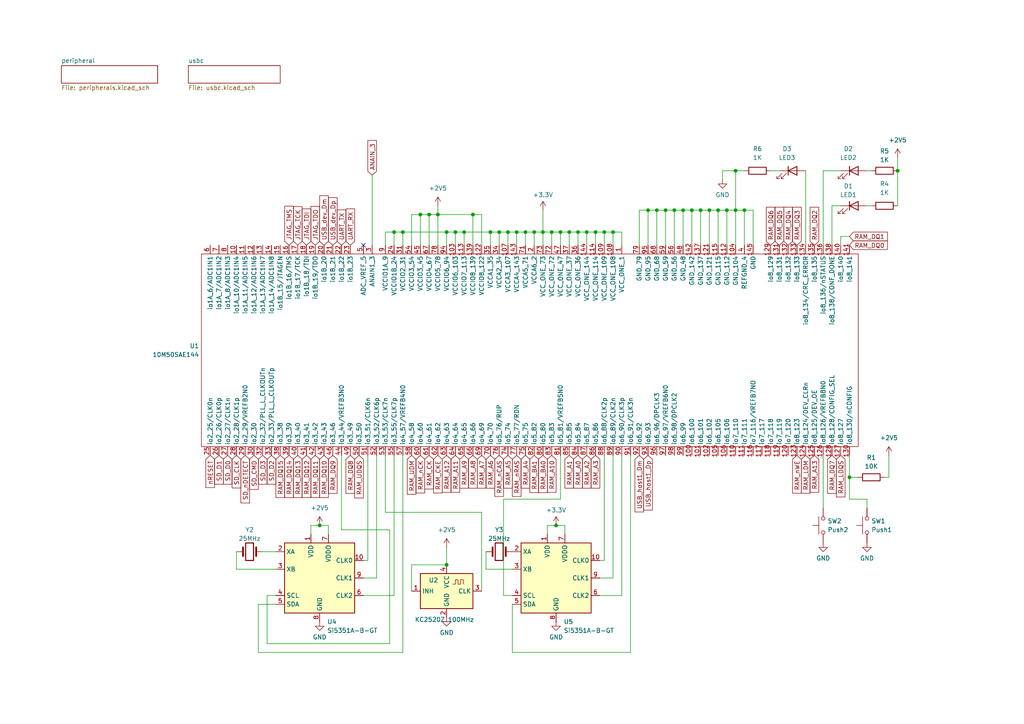
<source format=kicad_sch>
(kicad_sch (version 20230121) (generator eeschema)
  (paper "A4")
  (lib_symbols
    (symbol "Device:Crystal" (pin_numbers hide) (pin_names (offset 1.016) hide)
      (property "Reference" "Y" (at 0 3.81 0))
      (property "Value" "Crystal" (at 0 -3.81 0))
      (symbol "Crystal_0_1"
        (rectangle (start -1.143 2.54) (end 1.143 -2.54) (stroke (width 0.3048)))
        (polyline (pts (xy -2.54 0) (xy -1.905 0)))
        (polyline (pts (xy -1.905 -1.27) (xy -1.905 1.27)) (stroke (width 0.508)))
        (polyline (pts (xy 1.905 -1.27) (xy 1.905 1.27)) (stroke (width 0.508)))
        (polyline (pts (xy 2.54 0) (xy 1.905 0)))
      )
      (symbol "Crystal_1_1"
        (pin passive line (at -3.81 0 0) (length 1.27) (name "1") (number "1"))
        (pin passive line (at 3.81 0 180) (length 1.27) (name "2") (number "2"))
      )
    )
    (symbol "Device:LED" (pin_numbers hide) (pin_names (offset 1.016) hide)
      (property "Reference" "D" (at 0 2.54 0))
      (property "Value" "LED" (at 0 -2.54 0))
      (symbol "LED_0_1"
        (polyline (pts (xy -1.27 -1.27) (xy -1.27 1.27)) (stroke (width 0.254)))
        (polyline (pts (xy -1.27 0) (xy 1.27 0)))
        (polyline (pts (xy 1.27 -1.27) (xy 1.27 1.27) (xy -1.27 0) (xy 1.27 -1.27)) (stroke (width 0.254)))
        (polyline (pts (xy -3.048 -0.762) (xy -4.572 -2.286) (xy -3.81 -2.286) (xy -4.572 -2.286) (xy -4.572 -1.524)))
        (polyline (pts (xy -1.778 -0.762) (xy -3.302 -2.286) (xy -2.54 -2.286) (xy -3.302 -2.286) (xy -3.302 -1.524)))
      )
      (symbol "LED_1_1"
        (pin passive line (at -3.81 0 0) (length 2.54) (name "K") (number "1"))
        (pin passive line (at 3.81 0 180) (length 2.54) (name "A") (number "2"))
      )
    )
    (symbol "Device:R" (pin_numbers hide) (pin_names (offset 0))
      (property "Reference" "R" (at 2.032 0 90))
      (property "Value" "R" (at 0 0 90))
      (symbol "R_0_1"
        (rectangle (start -1.016 -2.54) (end 1.016 2.54) (stroke (width 0.254)))
      )
      (symbol "R_1_1"
        (pin passive line (at 0 3.81 270) (length 1.27) (name "~") (number "1"))
        (pin passive line (at 0 -3.81 90) (length 1.27) (name "~") (number "2"))
      )
    )
    (symbol "Oscillator:KC2520Z"
      (property "Reference" "U" (at 2.54 12.7 0))
      (property "Value" "KC2520Z" (at 6.35 10.16 0))
      (symbol "KC2520Z_0_1"
        (rectangle (start -7.62 5.08) (end 7.62 -5.08) (stroke (width 0.254)) (fill (type background)))
      )
      (symbol "KC2520Z_1_1"
        (polyline (pts (xy 1.778 2.032) (xy 2.54 2.032) (xy 2.54 3.302) (xy 3.302 3.302) (xy 3.302 2.032) (xy 4.064 2.032) (xy 4.064 3.302) (xy 4.826 3.302) (xy 4.826 2.032)))
        (pin input line (at -10.16 0 0) (length 2.54) (name "INH") (number "1"))
        (pin power_in line (at 0 -7.62 90) (length 2.54) (name "GND") (number "2"))
        (pin output line (at 10.16 0 180) (length 2.54) (name "CLK") (number "3"))
        (pin power_in line (at 0 7.62 270) (length 2.54) (name "VCC") (number "4"))
      )
    )
    (symbol "Oscillator:Si5351A-B-GT"
      (property "Reference" "U" (at -8.89 11.43 0))
      (property "Value" "Si5351A-B-GT" (at -12.7 -12.7 0))
      (symbol "Si5351A-B-GT_0_1"
        (rectangle (start -10.16 10.16) (end 10.16 -10.16) (stroke (width 0.254)) (fill (type background)))
      )
      (symbol "Si5351A-B-GT_1_1"
        (pin power_in line (at -2.54 12.7 270) (length 2.54) (name "VDD") (number "1"))
        (pin output line (at 12.7 5.08 180) (length 2.54) (name "CLK0") (number "10"))
        (pin input line (at -12.7 7.62 0) (length 2.54) (name "XA") (number "2"))
        (pin input line (at -12.7 2.54 0) (length 2.54) (name "XB") (number "3"))
        (pin input line (at -12.7 -5.08 0) (length 2.54) (name "SCL") (number "4"))
        (pin bidirectional line (at -12.7 -7.62 0) (length 2.54) (name "SDA") (number "5"))
        (pin output line (at 12.7 -5.08 180) (length 2.54) (name "CLK2") (number "6"))
        (pin power_in line (at 2.54 12.7 270) (length 2.54) (name "VDDO") (number "7"))
        (pin power_in line (at 0 -12.7 90) (length 2.54) (name "GND") (number "8"))
        (pin output line (at 12.7 0 180) (length 2.54) (name "CLK1") (number "9"))
      )
    )
    (symbol "Switch:SW_Push" (pin_numbers hide) (pin_names (offset 1.016) hide)
      (property "Reference" "SW" (at 1.27 2.54 0))
      (property "Value" "SW_Push" (at 0 -1.524 0))
      (symbol "SW_Push_0_1"
        (circle (center -2.032 0) (radius 0.508))
        (polyline (pts (xy 0 1.27) (xy 0 3.048)))
        (polyline (pts (xy 2.54 1.27) (xy -2.54 1.27)))
        (circle (center 2.032 0) (radius 0.508))
        (pin passive line (at -5.08 0 0) (length 2.54) (name "1") (number "1"))
        (pin passive line (at 5.08 0 180) (length 2.54) (name "2") (number "2"))
      )
    )
    (symbol "endeavour:10M50SAE144"
      (property "Reference" "U1" (at 16.51 -3.175 90))
      (property "Value" "10M50SAE144" (at 13.97 -3.175 90))
      (symbol "10M50SAE144_0_1"
        (rectangle (start -12.7 -3.81) (end 43.18 -194.31))
      )
      (symbol "10M50SAE144_1_0"
        (pin power_in line (at 45.72 -125.73 180) (length 2.54) (name "VCC_ONE_1") (number "1"))
        (pin bidirectional line (at 45.72 -13.97 180) (length 2.54) (name "io1A_10/ADC1IN4") (number "10"))
        (pin bidirectional line (at -15.24 -146.05 0) (length 2.54) (name "io6_100") (number "100"))
        (pin bidirectional line (at -15.24 -148.59 0) (length 2.54) (name "io6_101") (number "101"))
        (pin bidirectional line (at -15.24 -151.13 0) (length 2.54) (name "io6_102") (number "102"))
        (pin power_in line (at 45.72 -77.47 180) (length 2.54) (name "VCCIO6_103") (number "103"))
        (pin power_in line (at 45.72 -158.75 180) (length 2.54) (name "GND_104") (number "104"))
        (pin bidirectional line (at -15.24 -153.67 0) (length 2.54) (name "io6_105") (number "105"))
        (pin bidirectional line (at -15.24 -156.21 0) (length 2.54) (name "io6_106") (number "106"))
        (pin power_in line (at 45.72 -92.71 180) (length 2.54) (name "VCCA3_107") (number "107"))
        (pin power_in line (at 45.72 -123.19 180) (length 2.54) (name "VCC_ONE_108") (number "108"))
        (pin power_in line (at 45.72 -120.65 180) (length 2.54) (name "VCC_ONE_109") (number "109"))
        (pin bidirectional line (at 45.72 -16.51 180) (length 2.54) (name "io1A_11/ADC1IN5") (number "11"))
        (pin bidirectional line (at -15.24 -158.75 0) (length 2.54) (name "io7_110") (number "110"))
        (pin bidirectional line (at -15.24 -161.29 0) (length 2.54) (name "io7_111") (number "111"))
        (pin power_in line (at 45.72 -156.21 180) (length 2.54) (name "GND_112") (number "112"))
        (pin power_in line (at 45.72 -80.01 180) (length 2.54) (name "VCCIO7_113") (number "113"))
        (pin power_in line (at 45.72 -118.11 180) (length 2.54) (name "VCC_ONE_114") (number "114"))
        (pin power_in line (at 45.72 -153.67 180) (length 2.54) (name "GND_115") (number "115"))
        (pin bidirectional line (at -15.24 -163.83 0) (length 2.54) (name "io7_116/VREFB7NO") (number "116"))
        (pin bidirectional line (at -15.24 -166.37 0) (length 2.54) (name "io7_117") (number "117"))
        (pin bidirectional line (at -15.24 -168.91 0) (length 2.54) (name "io7_118") (number "118"))
        (pin bidirectional line (at -15.24 -171.45 0) (length 2.54) (name "io7_119") (number "119"))
        (pin bidirectional line (at 45.72 -19.05 180) (length 2.54) (name "io1A_12/ADC1IN6") (number "12"))
        (pin bidirectional line (at -15.24 -173.99 0) (length 2.54) (name "io7_120") (number "120"))
        (pin power_in line (at 45.72 -151.13 180) (length 2.54) (name "GND_121") (number "121"))
        (pin power_in line (at 45.72 -85.09 180) (length 2.54) (name "VCCIO8_122") (number "122"))
        (pin bidirectional line (at -15.24 -176.53 0) (length 2.54) (name "io8_123") (number "123"))
        (pin bidirectional line (at -15.24 -179.07 0) (length 2.54) (name "io8_124/DEV_CLRn") (number "124"))
        (pin bidirectional line (at -15.24 -181.61 0) (length 2.54) (name "io8_125/DEV_OE") (number "125"))
        (pin bidirectional line (at -15.24 -184.15 0) (length 2.54) (name "io8_126/VREFB8N0") (number "126"))
        (pin bidirectional line (at -15.24 -189.23 0) (length 2.54) (name "io8_127") (number "127"))
        (pin bidirectional line (at -15.24 -186.69 0) (length 2.54) (name "io8_128/CONFIG_SEL") (number "128"))
        (pin bidirectional line (at 45.72 -168.91 180) (length 2.54) (name "io8_129") (number "129"))
        (pin bidirectional line (at 45.72 -21.59 180) (length 2.54) (name "io1A_13/ADC1IN7") (number "13"))
        (pin input line (at -15.24 -191.77 0) (length 2.54) (name "io8_130/nCONFIG") (number "130"))
        (pin bidirectional line (at 45.72 -171.45 180) (length 2.54) (name "io8_131") (number "131"))
        (pin bidirectional line (at 45.72 -173.99 180) (length 2.54) (name "io8_132") (number "132"))
        (pin bidirectional line (at 45.72 -176.53 180) (length 2.54) (name "io8_133") (number "133"))
        (pin bidirectional line (at 45.72 -179.07 180) (length 2.54) (name "io8_134/CRC_ERROR") (number "134"))
        (pin bidirectional line (at 45.72 -181.61 180) (length 2.54) (name "io8_135") (number "135"))
        (pin bidirectional line (at 45.72 -184.15 180) (length 2.54) (name "io8_136/nSTATUS") (number "136"))
        (pin power_in line (at 45.72 -148.59 180) (length 2.54) (name "GND_137") (number "137"))
        (pin bidirectional line (at 45.72 -186.69 180) (length 2.54) (name "io8_138/CONF_DONE") (number "138"))
        (pin power_in line (at 45.72 -82.55 180) (length 2.54) (name "VCCIO8_139") (number "139"))
        (pin bidirectional line (at 45.72 -24.13 180) (length 2.54) (name "io1A_14/ADC1IN8") (number "14"))
        (pin bidirectional line (at 45.72 -189.23 180) (length 2.54) (name "io8_140") (number "140"))
        (pin bidirectional line (at 45.72 -191.77 180) (length 2.54) (name "io8_141") (number "141"))
        (pin power_in line (at 45.72 -146.05 180) (length 2.54) (name "GND_142") (number "142"))
        (pin power_in line (at 45.72 -95.25 180) (length 2.54) (name "VCCA4_143") (number "143"))
        (pin power_in line (at 45.72 -115.57 180) (length 2.54) (name "VCC_ONE_144") (number "144"))
        (pin bidirectional line (at 45.72 -26.67 180) (length 2.54) (name "io1B_15/JTAGEN") (number "15"))
        (pin bidirectional line (at 45.72 -29.21 180) (length 2.54) (name "io1B_16/TMS") (number "16"))
        (pin bidirectional line (at 45.72 -31.75 180) (length 2.54) (name "io1B_17/TCK") (number "17"))
        (pin bidirectional line (at 45.72 -34.29 180) (length 2.54) (name "io1B_18/TDI") (number "18"))
        (pin bidirectional line (at 45.72 -36.83 180) (length 2.54) (name "io1B_19/TDO") (number "19"))
        (pin power_in line (at 45.72 -100.33 180) (length 2.54) (name "VCCA6_2") (number "2"))
        (pin bidirectional line (at 45.72 -39.37 180) (length 2.54) (name "io1B_20") (number "20"))
        (pin bidirectional line (at 45.72 -41.91 180) (length 2.54) (name "io1B_21") (number "21"))
        (pin bidirectional line (at 45.72 -44.45 180) (length 2.54) (name "io1B_22") (number "22"))
        (pin bidirectional line (at 45.72 -46.99 180) (length 2.54) (name "io1B_23") (number "23"))
        (pin power_in line (at 45.72 -59.69 180) (length 2.54) (name "VCCIO1B_24") (number "24"))
        (pin bidirectional line (at -15.24 -6.35 0) (length 2.54) (name "io2_25/CLK0n") (number "25"))
        (pin bidirectional line (at -15.24 -8.89 0) (length 2.54) (name "io2_26/CLK0p") (number "26"))
        (pin bidirectional line (at -15.24 -11.43 0) (length 2.54) (name "io2_27/CLK1n") (number "27"))
        (pin bidirectional line (at -15.24 -13.97 0) (length 2.54) (name "io2_28/CLK1p") (number "28"))
        (pin bidirectional line (at -15.24 -16.51 0) (length 2.54) (name "io2_29/VREFB2N0") (number "29"))
        (pin input line (at 45.72 -53.34 180) (length 2.54) (name "ANAIN1_3") (number "3"))
        (pin bidirectional line (at -15.24 -19.05 0) (length 2.54) (name "io2_30") (number "30"))
        (pin power_in line (at 45.72 -62.23 180) (length 2.54) (name "VCCIO2_31") (number "31"))
        (pin bidirectional line (at -15.24 -21.59 0) (length 2.54) (name "io2_32/PLL_L_CLKOUTn") (number "32"))
        (pin bidirectional line (at -15.24 -24.13 0) (length 2.54) (name "io2_33/PLL_L_CLKOUTp") (number "33"))
        (pin power_in line (at 45.72 -90.17 180) (length 2.54) (name "VCCA2_34") (number "34"))
        (pin power_in line (at 45.72 -87.63 180) (length 2.54) (name "VCCA1_35") (number "35"))
        (pin power_in line (at 45.72 -113.03 180) (length 2.54) (name "VCC_ONE_36") (number "36"))
        (pin power_in line (at 45.72 -110.49 180) (length 2.54) (name "VCC_ONE_37") (number "37"))
        (pin bidirectional line (at -15.24 -26.67 0) (length 2.54) (name "io3_38") (number "38"))
        (pin bidirectional line (at -15.24 -29.21 0) (length 2.54) (name "io3_39") (number "39"))
        (pin power_in line (at 45.72 -161.29 180) (length 2.54) (name "REFGND_4") (number "4"))
        (pin bidirectional line (at -15.24 -31.75 0) (length 2.54) (name "io3_40") (number "40"))
        (pin bidirectional line (at -15.24 -34.29 0) (length 2.54) (name "io3_41") (number "41"))
        (pin bidirectional line (at -15.24 -36.83 0) (length 2.54) (name "io3_42") (number "42"))
        (pin bidirectional line (at -15.24 -39.37 0) (length 2.54) (name "io3_43") (number "43"))
        (pin bidirectional line (at -15.24 -44.45 0) (length 2.54) (name "io3_44/VREFB3N0") (number "44"))
        (pin power_in line (at 45.72 -67.31 180) (length 2.54) (name "VCCIO3_45") (number "45"))
        (pin bidirectional line (at -15.24 -41.91 0) (length 2.54) (name "io3_46") (number "46"))
        (pin power_in line (at 45.72 -107.95 180) (length 2.54) (name "VCC_ONE_47") (number "47"))
        (pin power_in line (at 45.72 -143.51 180) (length 2.54) (name "GND_48") (number "48"))
        (pin bidirectional line (at -15.24 -46.99 0) (length 2.54) (name "io3_49") (number "49"))
        (pin input line (at 45.72 -50.8 180) (length 2.54) (name "ADC_VREF_5") (number "5"))
        (pin bidirectional line (at -15.24 -49.53 0) (length 2.54) (name "io3_50") (number "50"))
        (pin bidirectional line (at -15.24 -52.07 0) (length 2.54) (name "io3_51/CLK6n") (number "51"))
        (pin bidirectional line (at -15.24 -54.61 0) (length 2.54) (name "io3_52/CLK6p") (number "52"))
        (pin bidirectional line (at -15.24 -57.15 0) (length 2.54) (name "io3_53/CLK7n") (number "53"))
        (pin power_in line (at 45.72 -64.77 180) (length 2.54) (name "VCCIO3_54") (number "54"))
        (pin bidirectional line (at -15.24 -59.69 0) (length 2.54) (name "io3_55/CLK7p") (number "55"))
        (pin power_in line (at 45.72 -140.97 180) (length 2.54) (name "GND_56") (number "56"))
        (pin bidirectional line (at -15.24 -62.23 0) (length 2.54) (name "io4_57/VREFB4N0") (number "57"))
        (pin bidirectional line (at -15.24 -64.77 0) (length 2.54) (name "io4_58") (number "58"))
        (pin power_in line (at 45.72 -138.43 180) (length 2.54) (name "GND_59") (number "59"))
        (pin bidirectional line (at -15.24 -67.31 0) (length 2.54) (name "io4_60") (number "60"))
        (pin bidirectional line (at -15.24 -69.85 0) (length 2.54) (name "io4_61") (number "61"))
        (pin bidirectional line (at -15.24 -72.39 0) (length 2.54) (name "io4_62") (number "62"))
        (pin bidirectional line (at -15.24 -74.93 0) (length 2.54) (name "io4_63") (number "63"))
        (pin bidirectional line (at -15.24 -77.47 0) (length 2.54) (name "io4_64") (number "64"))
        (pin bidirectional line (at -15.24 -80.01 0) (length 2.54) (name "io4_65") (number "65"))
        (pin bidirectional line (at -15.24 -82.55 0) (length 2.54) (name "io4_66") (number "66"))
        (pin power_in line (at 45.72 -69.85 180) (length 2.54) (name "VCCIO4_67") (number "67"))
        (pin power_in line (at 45.72 -135.89 180) (length 2.54) (name "GND_68") (number "68"))
        (pin bidirectional line (at -15.24 -85.09 0) (length 2.54) (name "io4_69") (number "69"))
        (pin bidirectional line (at 45.72 -8.89 180) (length 2.54) (name "io1A_7/ADC1IN2") (number "7"))
        (pin bidirectional line (at -15.24 -87.63 0) (length 2.54) (name "io4_70") (number "70"))
        (pin power_in line (at 45.72 -97.79 180) (length 2.54) (name "VCCA5_71") (number "71"))
        (pin power_in line (at 45.72 -105.41 180) (length 2.54) (name "VCC_ONE_72") (number "72"))
        (pin power_in line (at 45.72 -102.87 180) (length 2.54) (name "VCC_ONE_73") (number "73"))
        (pin bidirectional line (at -15.24 -92.71 0) (length 2.54) (name "io5_74") (number "74"))
        (pin bidirectional line (at -15.24 -97.79 0) (length 2.54) (name "io5_75") (number "75"))
        (pin bidirectional line (at -15.24 -90.17 0) (length 2.54) (name "io5_76/RUP") (number "76"))
        (pin bidirectional line (at -15.24 -95.25 0) (length 2.54) (name "io5_77/RDN") (number "77"))
        (pin power_in line (at 45.72 -72.39 180) (length 2.54) (name "VCCIO5_78") (number "78"))
        (pin power_in line (at 45.72 -130.81 180) (length 2.54) (name "GND_79") (number "79"))
        (pin bidirectional line (at 45.72 -11.43 180) (length 2.54) (name "io1A_8/ADC1IN3") (number "8"))
        (pin bidirectional line (at -15.24 -102.87 0) (length 2.54) (name "io5_80") (number "80"))
        (pin bidirectional line (at -15.24 -107.95 0) (length 2.54) (name "io5_81/VREFB5N0") (number "81"))
        (pin bidirectional line (at -15.24 -100.33 0) (length 2.54) (name "io5_82") (number "82"))
        (pin bidirectional line (at -15.24 -105.41 0) (length 2.54) (name "io5_83") (number "83"))
        (pin bidirectional line (at -15.24 -113.03 0) (length 2.54) (name "io5_84") (number "84"))
        (pin bidirectional line (at -15.24 -110.49 0) (length 2.54) (name "io5_85") (number "85"))
        (pin bidirectional line (at -15.24 -118.11 0) (length 2.54) (name "io5_86") (number "86"))
        (pin bidirectional line (at -15.24 -115.57 0) (length 2.54) (name "io5_87") (number "87"))
        (pin bidirectional line (at -15.24 -120.65 0) (length 2.54) (name "io6_88/CLK2p") (number "88"))
        (pin bidirectional line (at -15.24 -123.19 0) (length 2.54) (name "io6_89/CLK2n") (number "89"))
        (pin power_in line (at 45.72 -57.15 180) (length 2.54) (name "VCCIO1A_9") (number "9"))
        (pin bidirectional line (at -15.24 -125.73 0) (length 2.54) (name "io6_90/CLK3p") (number "90"))
        (pin bidirectional line (at -15.24 -128.27 0) (length 2.54) (name "io6_91/CLK3n") (number "91"))
        (pin bidirectional line (at -15.24 -130.81 0) (length 2.54) (name "io6_92") (number "92"))
        (pin bidirectional line (at -15.24 -133.35 0) (length 2.54) (name "io6_93") (number "93"))
        (pin power_in line (at 45.72 -74.93 180) (length 2.54) (name "VCCIO6_94") (number "94"))
        (pin power_in line (at 45.72 -133.35 180) (length 2.54) (name "GND_95") (number "95"))
        (pin bidirectional line (at -15.24 -135.89 0) (length 2.54) (name "io6_96/DPCLK3") (number "96"))
        (pin bidirectional line (at -15.24 -138.43 0) (length 2.54) (name "io6_97/VREFB6N0") (number "97"))
        (pin bidirectional line (at -15.24 -140.97 0) (length 2.54) (name "io6_98/DPCLK2") (number "98"))
        (pin bidirectional line (at -15.24 -143.51 0) (length 2.54) (name "io6_99") (number "99"))
      )
      (symbol "10M50SAE144_1_1"
        (pin power_in line (at 45.72 -163.83 180) (length 2.54) (name "GND") (number "145"))
        (pin bidirectional line (at 45.72 -6.35 180) (length 2.54) (name "io1A_6/ADC1IN1") (number "6"))
      )
    )
    (symbol "power:+2V5" (power) (pin_names (offset 0))
      (property "Value" "+2V5" (at 0 3.556 0))
      (symbol "+2V5_0_1"
        (polyline (pts (xy -0.762 1.27) (xy 0 2.54)))
        (polyline (pts (xy 0 0) (xy 0 2.54)))
        (polyline (pts (xy 0 2.54) (xy 0.762 1.27)))
      )
      (symbol "+2V5_1_1"
        (pin power_in line (at 0 0 90) (length 0) hide (name "+2V5") (number "1"))
      )
    )
    (symbol "power:+3.3V" (power) (pin_names (offset 0))
      (property "Value" "+3.3V" (at 0 3.556 0))
      (symbol "+3.3V_0_1"
        (polyline (pts (xy -0.762 1.27) (xy 0 2.54)))
        (polyline (pts (xy 0 0) (xy 0 2.54)))
        (polyline (pts (xy 0 2.54) (xy 0.762 1.27)))
      )
      (symbol "+3.3V_1_1"
        (pin power_in line (at 0 0 90) (length 0) hide (name "+3.3V") (number "1"))
      )
    )
    (symbol "power:GND" (power) (pin_names (offset 0))
      (property "Value" "GND" (at 0 -3.81 0))
      (symbol "GND_0_1"
        (polyline (pts (xy 0 0) (xy 0 -1.27) (xy 1.27 -1.27) (xy 0 -2.54) (xy -1.27 -1.27) (xy 0 -1.27)))
      )
      (symbol "GND_1_1"
        (pin power_in line (at 0 0 270) (length 0) hide (name "GND") (number "1"))
      )
    )
  )
  (junction (at 172.72 67.31))
  (junction (at 149.86 67.31))
  (junction (at 210.82 60.96))
  (junction (at 147.32 67.31))
  (junction (at 129.54 67.31))
  (junction (at 175.26 67.31))
  (junction (at 162.56 67.31))
  (junction (at 127 62.23))
  (junction (at 195.58 60.96))
  (junction (at 142.24 67.31))
  (junction (at 152.4 67.31))
  (junction (at 121.92 62.23))
  (junction (at 160.02 67.31))
  (junction (at 116.84 67.31))
  (junction (at 137.16 62.23))
  (junction (at 154.94 67.31))
  (junction (at 167.64 67.31))
  (junction (at 132.08 67.31))
  (junction (at 134.62 67.31))
  (junction (at 260.35 49.53))
  (junction (at 208.28 60.96))
  (junction (at 161.29 152.4))
  (junction (at 177.8 67.31))
  (junction (at 213.36 60.96))
  (junction (at 144.78 67.31))
  (junction (at 170.18 67.31))
  (junction (at 129.54 163.83))
  (junction (at 205.74 60.96))
  (junction (at 198.12 60.96))
  (junction (at 213.36 49.53))
  (junction (at 124.46 62.23))
  (junction (at 114.3 67.31))
  (junction (at 92.71 152.4))
  (junction (at 203.2 60.96))
  (junction (at 190.5 60.96))
  (junction (at 246.38 138.43))
  (junction (at 187.96 60.96))
  (junction (at 165.1 67.31))
  (junction (at 215.9 60.96))
  (junction (at 157.48 67.31))
  (junction (at 193.04 60.96))
  (junction (at 200.66 60.96))
  (no_connect (at 105.41 71.12))
  (wire (pts (xy 198.12 60.96) (xy 198.12 71.12)))
  (wire (pts (xy 160.02 67.31) (xy 157.48 67.31)))
  (wire (pts (xy 160.02 67.31) (xy 162.56 67.31)))
  (wire (pts (xy 95.25 152.4) (xy 95.25 154.94)))
  (wire (pts (xy 121.92 62.23) (xy 124.46 62.23)))
  (wire (pts (xy 148.59 189.23) (xy 182.88 189.23)))
  (wire (pts (xy 116.84 67.31) (xy 116.84 71.12)))
  (wire (pts (xy 257.81 138.43) (xy 257.81 132.08)))
  (wire (pts (xy 190.5 60.96) (xy 190.5 71.12)))
  (wire (pts (xy 109.22 167.64) (xy 109.22 132.08)))
  (wire (pts (xy 132.08 67.31) (xy 132.08 71.12)))
  (wire (pts (xy 209.55 52.07) (xy 209.55 49.53)))
  (wire (pts (xy 124.46 62.23) (xy 127 62.23)))
  (wire (pts (xy 187.96 60.96) (xy 187.96 71.12)))
  (wire (pts (xy 208.28 60.96) (xy 208.28 71.12)))
  (wire (pts (xy 210.82 60.96) (xy 210.82 71.12)))
  (wire (pts (xy 140.97 160.02) (xy 140.97 165.1)))
  (wire (pts (xy 107.95 50.8) (xy 107.95 71.12)))
  (wire (pts (xy 160.02 71.12) (xy 160.02 67.31)))
  (wire (pts (xy 215.9 49.53) (xy 213.36 49.53)))
  (wire (pts (xy 113.03 186.69) (xy 77.47 186.69)))
  (wire (pts (xy 142.24 67.31) (xy 144.78 67.31)))
  (wire (pts (xy 116.84 67.31) (xy 129.54 67.31)))
  (wire (pts (xy 233.68 49.53) (xy 233.68 71.12)))
  (wire (pts (xy 127 59.69) (xy 127 62.23)))
  (wire (pts (xy 167.64 67.31) (xy 167.64 71.12)))
  (wire (pts (xy 106.68 162.56) (xy 106.68 132.08)))
  (wire (pts (xy 68.58 165.1) (xy 80.01 165.1)))
  (wire (pts (xy 251.46 144.78) (xy 246.38 144.78)))
  (wire (pts (xy 175.26 67.31) (xy 175.26 71.12)))
  (wire (pts (xy 218.44 60.96) (xy 218.44 71.12)))
  (wire (pts (xy 215.9 60.96) (xy 215.9 71.12)))
  (wire (pts (xy 177.8 67.31) (xy 180.34 67.31)))
  (wire (pts (xy 173.99 167.64) (xy 177.8 167.64)))
  (wire (pts (xy 203.2 60.96) (xy 200.66 60.96)))
  (wire (pts (xy 187.96 60.96) (xy 185.42 60.96)))
  (wire (pts (xy 165.1 67.31) (xy 165.1 71.12)))
  (wire (pts (xy 162.56 144.78) (xy 162.56 132.08)))
  (wire (pts (xy 142.24 67.31) (xy 142.24 71.12)))
  (wire (pts (xy 198.12 60.96) (xy 195.58 60.96)))
  (wire (pts (xy 90.17 154.94) (xy 90.17 152.4)))
  (wire (pts (xy 173.99 162.56) (xy 175.26 162.56)))
  (wire (pts (xy 92.71 152.4) (xy 95.25 152.4)))
  (wire (pts (xy 165.1 67.31) (xy 167.64 67.31)))
  (wire (pts (xy 172.72 67.31) (xy 172.72 71.12)))
  (wire (pts (xy 260.35 45.72) (xy 260.35 49.53)))
  (wire (pts (xy 129.54 163.83) (xy 119.38 163.83)))
  (wire (pts (xy 200.66 60.96) (xy 198.12 60.96)))
  (wire (pts (xy 260.35 49.53) (xy 260.35 59.69)))
  (wire (pts (xy 180.34 132.08) (xy 180.34 172.72)))
  (wire (pts (xy 77.47 172.72) (xy 77.47 186.69)))
  (wire (pts (xy 213.36 60.96) (xy 210.82 60.96)))
  (wire (pts (xy 139.7 148.59) (xy 111.76 148.59)))
  (wire (pts (xy 170.18 67.31) (xy 172.72 67.31)))
  (wire (pts (xy 116.84 132.08) (xy 116.84 189.23)))
  (wire (pts (xy 148.59 175.26) (xy 148.59 189.23)))
  (wire (pts (xy 177.8 67.31) (xy 177.8 71.12)))
  (wire (pts (xy 238.76 49.53) (xy 243.84 49.53)))
  (wire (pts (xy 251.46 144.78) (xy 251.46 147.32)))
  (wire (pts (xy 161.29 152.4) (xy 163.83 152.4)))
  (wire (pts (xy 152.4 67.31) (xy 154.94 67.31)))
  (wire (pts (xy 139.7 62.23) (xy 137.16 62.23)))
  (wire (pts (xy 124.46 71.12) (xy 124.46 62.23)))
  (wire (pts (xy 215.9 60.96) (xy 213.36 60.96)))
  (wire (pts (xy 190.5 60.96) (xy 187.96 60.96)))
  (wire (pts (xy 134.62 67.31) (xy 142.24 67.31)))
  (wire (pts (xy 111.76 67.31) (xy 114.3 67.31)))
  (wire (pts (xy 209.55 49.53) (xy 213.36 49.53)))
  (wire (pts (xy 129.54 158.75) (xy 129.54 163.83)))
  (wire (pts (xy 195.58 60.96) (xy 195.58 71.12)))
  (wire (pts (xy 185.42 60.96) (xy 185.42 71.12)))
  (wire (pts (xy 175.26 162.56) (xy 175.26 132.08)))
  (wire (pts (xy 149.86 67.31) (xy 152.4 67.31)))
  (wire (pts (xy 99.06 132.08) (xy 99.06 153.67)))
  (wire (pts (xy 149.86 67.31) (xy 149.86 71.12)))
  (wire (pts (xy 127 62.23) (xy 127 71.12)))
  (wire (pts (xy 111.76 148.59) (xy 111.76 132.08)))
  (wire (pts (xy 134.62 67.31) (xy 134.62 71.12)))
  (wire (pts (xy 146.05 144.78) (xy 162.56 144.78)))
  (wire (pts (xy 210.82 60.96) (xy 208.28 60.96)))
  (wire (pts (xy 158.75 152.4) (xy 161.29 152.4)))
  (wire (pts (xy 256.54 138.43) (xy 257.81 138.43)))
  (wire (pts (xy 175.26 67.31) (xy 177.8 67.31)))
  (wire (pts (xy 139.7 148.59) (xy 139.7 171.45)))
  (wire (pts (xy 241.3 59.69) (xy 243.84 59.69)))
  (wire (pts (xy 137.16 62.23) (xy 127 62.23)))
  (wire (pts (xy 203.2 60.96) (xy 203.2 71.12)))
  (wire (pts (xy 76.2 160.02) (xy 80.01 160.02)))
  (wire (pts (xy 147.32 67.31) (xy 147.32 71.12)))
  (wire (pts (xy 177.8 167.64) (xy 177.8 132.08)))
  (wire (pts (xy 251.46 49.53) (xy 252.73 49.53)))
  (wire (pts (xy 193.04 60.96) (xy 193.04 71.12)))
  (wire (pts (xy 152.4 67.31) (xy 152.4 71.12)))
  (wire (pts (xy 208.28 60.96) (xy 205.74 60.96)))
  (wire (pts (xy 163.83 152.4) (xy 163.83 154.94)))
  (wire (pts (xy 246.38 144.78) (xy 246.38 138.43)))
  (wire (pts (xy 121.92 71.12) (xy 121.92 62.23)))
  (wire (pts (xy 114.3 67.31) (xy 116.84 67.31)))
  (wire (pts (xy 193.04 60.96) (xy 190.5 60.96)))
  (wire (pts (xy 205.74 60.96) (xy 205.74 71.12)))
  (wire (pts (xy 180.34 67.31) (xy 180.34 71.12)))
  (wire (pts (xy 90.17 152.4) (xy 92.71 152.4)))
  (wire (pts (xy 74.93 189.23) (xy 74.93 175.26)))
  (wire (pts (xy 105.41 167.64) (xy 109.22 167.64)))
  (wire (pts (xy 173.99 172.72) (xy 180.34 172.72)))
  (wire (pts (xy 114.3 132.08) (xy 114.3 172.72)))
  (wire (pts (xy 170.18 67.31) (xy 170.18 71.12)))
  (wire (pts (xy 146.05 172.72) (xy 146.05 144.78)))
  (wire (pts (xy 238.76 132.08) (xy 238.76 147.32)))
  (wire (pts (xy 200.66 60.96) (xy 200.66 71.12)))
  (wire (pts (xy 154.94 67.31) (xy 154.94 71.12)))
  (wire (pts (xy 119.38 71.12) (xy 119.38 62.23)))
  (wire (pts (xy 111.76 71.12) (xy 111.76 67.31)))
  (wire (pts (xy 158.75 154.94) (xy 158.75 152.4)))
  (wire (pts (xy 241.3 59.69) (xy 241.3 71.12)))
  (wire (pts (xy 113.03 153.67) (xy 113.03 186.69)))
  (wire (pts (xy 140.97 165.1) (xy 148.59 165.1)))
  (wire (pts (xy 144.78 67.31) (xy 147.32 67.31)))
  (wire (pts (xy 246.38 68.58) (xy 243.84 68.58)))
  (wire (pts (xy 182.88 189.23) (xy 182.88 132.08)))
  (wire (pts (xy 137.16 71.12) (xy 137.16 62.23)))
  (wire (pts (xy 213.36 60.96) (xy 213.36 71.12)))
  (wire (pts (xy 223.52 49.53) (xy 226.06 49.53)))
  (wire (pts (xy 132.08 67.31) (xy 134.62 67.31)))
  (wire (pts (xy 119.38 62.23) (xy 121.92 62.23)))
  (wire (pts (xy 246.38 138.43) (xy 248.92 138.43)))
  (wire (pts (xy 218.44 60.96) (xy 215.9 60.96)))
  (wire (pts (xy 105.41 162.56) (xy 106.68 162.56)))
  (wire (pts (xy 144.78 67.31) (xy 144.78 71.12)))
  (wire (pts (xy 205.74 60.96) (xy 203.2 60.96)))
  (wire (pts (xy 238.76 49.53) (xy 238.76 71.12)))
  (wire (pts (xy 119.38 163.83) (xy 119.38 171.45)))
  (wire (pts (xy 114.3 67.31) (xy 114.3 71.12)))
  (wire (pts (xy 116.84 189.23) (xy 74.93 189.23)))
  (wire (pts (xy 195.58 60.96) (xy 193.04 60.96)))
  (wire (pts (xy 246.38 132.08) (xy 246.38 138.43)))
  (wire (pts (xy 148.59 172.72) (xy 146.05 172.72)))
  (wire (pts (xy 74.93 175.26) (xy 80.01 175.26)))
  (wire (pts (xy 68.58 160.02) (xy 68.58 165.1)))
  (wire (pts (xy 167.64 67.31) (xy 170.18 67.31)))
  (wire (pts (xy 147.32 67.31) (xy 149.86 67.31)))
  (wire (pts (xy 213.36 49.53) (xy 213.36 60.96)))
  (wire (pts (xy 157.48 67.31) (xy 157.48 71.12)))
  (wire (pts (xy 99.06 153.67) (xy 113.03 153.67)))
  (wire (pts (xy 162.56 67.31) (xy 162.56 71.12)))
  (wire (pts (xy 139.7 71.12) (xy 139.7 62.23)))
  (wire (pts (xy 154.94 67.31) (xy 157.48 67.31)))
  (wire (pts (xy 157.48 60.96) (xy 157.48 67.31)))
  (wire (pts (xy 129.54 67.31) (xy 132.08 67.31)))
  (wire (pts (xy 105.41 172.72) (xy 114.3 172.72)))
  (wire (pts (xy 77.47 172.72) (xy 80.01 172.72)))
  (wire (pts (xy 243.84 68.58) (xy 243.84 71.12)))
  (wire (pts (xy 129.54 67.31) (xy 129.54 71.12)))
  (wire (pts (xy 162.56 67.31) (xy 165.1 67.31)))
  (wire (pts (xy 172.72 67.31) (xy 175.26 67.31)))
  (wire (pts (xy 251.46 59.69) (xy 252.73 59.69)))
  (global_label "RAM_DQ3" (shape input) (at 231.14 71.12 90) (property "Intersheetrefs" "${INTERSHEET_REFS}" (effects hide)))
  (global_label "SD_D1" (shape input) (at 63.5 132.08 270) (property "Intersheetrefs" "${INTERSHEET_REFS}" (effects hide)))
  (global_label "RAM_DQ14" (shape input) (at 83.82 132.08 270) (property "Intersheetrefs" "${INTERSHEET_REFS}" (effects hide)))
  (global_label "RAM_CKE" (shape input) (at 127 132.08 270) (property "Intersheetrefs" "${INTERSHEET_REFS}" (effects hide)))
  (global_label "UART_RX" (shape input) (at 101.6 71.12 90) (property "Intersheetrefs" "${INTERSHEET_REFS}" (effects hide)))
  (global_label "SD_D3" (shape input) (at 76.2 132.08 270) (property "Intersheetrefs" "${INTERSHEET_REFS}" (effects hide)))
  (global_label "RAM_A13" (shape input) (at 236.22 132.08 270) (property "Intersheetrefs" "${INTERSHEET_REFS}" (effects hide)))
  (global_label "RAM_A3" (shape input) (at 172.72 132.08 270) (property "Intersheetrefs" "${INTERSHEET_REFS}" (effects hide)))
  (global_label "RAM_nCK" (shape input) (at 121.92 132.08 270) (property "Intersheetrefs" "${INTERSHEET_REFS}" (effects hide)))
  (global_label "RAM_LDQS" (shape input) (at 243.84 132.08 270) (property "Intersheetrefs" "${INTERSHEET_REFS}" (effects hide)))
  (global_label "JTAG_TDO" (shape input) (at 91.44 71.12 90) (property "Intersheetrefs" "${INTERSHEET_REFS}" (effects hide)))
  (global_label "RAM_nCAS" (shape input) (at 144.78 132.08 270) (property "Intersheetrefs" "${INTERSHEET_REFS}" (effects hide)))
  (global_label "RAM_A8" (shape input) (at 137.16 132.08 270) (property "Intersheetrefs" "${INTERSHEET_REFS}" (effects hide)))
  (global_label "RAM_A9" (shape input) (at 134.62 132.08 270) (property "Intersheetrefs" "${INTERSHEET_REFS}" (effects hide)))
  (global_label "SD_D0" (shape input) (at 66.04 132.08 270) (property "Intersheetrefs" "${INTERSHEET_REFS}" (effects hide)))
  (global_label "RAM_DQ4" (shape input) (at 228.6 71.12 90) (property "Intersheetrefs" "${INTERSHEET_REFS}" (effects hide)))
  (global_label "RAM_nWE" (shape input) (at 231.14 132.08 270) (property "Intersheetrefs" "${INTERSHEET_REFS}" (effects hide)))
  (global_label "RAM_DQ8" (shape input) (at 101.6 132.08 270) (property "Intersheetrefs" "${INTERSHEET_REFS}" (effects hide)))
  (global_label "RAM_DQ9" (shape input) (at 96.52 132.08 270) (property "Intersheetrefs" "${INTERSHEET_REFS}" (effects hide)))
  (global_label "RAM_DQ0" (shape input) (at 246.38 71.12 0) (property "Intersheetrefs" "${INTERSHEET_REFS}" (effects hide)))
  (global_label "RAM_DQ13" (shape input) (at 86.36 132.08 270) (property "Intersheetrefs" "${INTERSHEET_REFS}" (effects hide)))
  (global_label "UART_TX" (shape input) (at 99.06 71.12 90) (property "Intersheetrefs" "${INTERSHEET_REFS}" (effects hide)))
  (global_label "RAM_CK" (shape input) (at 124.46 132.08 270) (property "Intersheetrefs" "${INTERSHEET_REFS}" (effects hide)))
  (global_label "RAM_A2" (shape input) (at 170.18 132.08 270) (property "Intersheetrefs" "${INTERSHEET_REFS}" (effects hide)))
  (global_label "RAM_DQ2" (shape input) (at 236.22 71.12 90) (property "Intersheetrefs" "${INTERSHEET_REFS}" (effects hide)))
  (global_label "SD_D2" (shape input) (at 78.74 132.08 270) (property "Intersheetrefs" "${INTERSHEET_REFS}" (effects hide)))
  (global_label "RAM_A12" (shape input) (at 129.54 132.08 270) (property "Intersheetrefs" "${INTERSHEET_REFS}" (effects hide)))
  (global_label "RAM_DQ15" (shape input) (at 81.28 132.08 270) (property "Intersheetrefs" "${INTERSHEET_REFS}" (effects hide)))
  (global_label "RAM_nRAS" (shape input) (at 149.86 132.08 270) (property "Intersheetrefs" "${INTERSHEET_REFS}" (effects hide)))
  (global_label "RAM_DQ1" (shape input) (at 246.38 68.58 0) (property "Intersheetrefs" "${INTERSHEET_REFS}" (effects hide)))
  (global_label "RAM_DQ7" (shape input) (at 241.3 132.08 270) (property "Intersheetrefs" "${INTERSHEET_REFS}" (effects hide)))
  (global_label "RAM_A11" (shape input) (at 132.08 132.08 270) (property "Intersheetrefs" "${INTERSHEET_REFS}" (effects hide)))
  (global_label "USB_dev_Dp" (shape input) (at 96.52 71.12 90) (property "Intersheetrefs" "${INTERSHEET_REFS}" (effects hide)))
  (global_label "RAM_A4" (shape input) (at 152.4 132.08 270) (property "Intersheetrefs" "${INTERSHEET_REFS}" (effects hide)))
  (global_label "RAM_DQ12" (shape input) (at 88.9 132.08 270) (property "Intersheetrefs" "${INTERSHEET_REFS}" (effects hide)))
  (global_label "SD_CMD" (shape input) (at 73.66 132.08 270) (property "Intersheetrefs" "${INTERSHEET_REFS}" (effects hide)))
  (global_label "SD_CLK" (shape input) (at 68.58 132.08 270) (property "Intersheetrefs" "${INTERSHEET_REFS}" (effects hide)))
  (global_label "USB_host1_Dm" (shape input) (at 185.42 132.08 270) (property "Intersheetrefs" "${INTERSHEET_REFS}" (effects hide)))
  (global_label "RAM_BA0" (shape input) (at 157.48 132.08 270) (property "Intersheetrefs" "${INTERSHEET_REFS}" (effects hide)))
  (global_label "nRESET" (shape input) (at 60.96 132.08 270) (property "Intersheetrefs" "${INTERSHEET_REFS}" (effects hide)))
  (global_label "RAM_A10" (shape input) (at 160.02 132.08 270) (property "Intersheetrefs" "${INTERSHEET_REFS}" (effects hide)))
  (global_label "RAM_BA1" (shape input) (at 154.94 132.08 270) (property "Intersheetrefs" "${INTERSHEET_REFS}" (effects hide)))
  (global_label "RAM_A0" (shape input) (at 167.64 132.08 270) (property "Intersheetrefs" "${INTERSHEET_REFS}" (effects hide)))
  (global_label "RAM_DQ6" (shape input) (at 223.52 71.12 90) (property "Intersheetrefs" "${INTERSHEET_REFS}" (effects hide)))
  (global_label "RAM_DQ5" (shape input) (at 226.06 71.12 90) (property "Intersheetrefs" "${INTERSHEET_REFS}" (effects hide)))
  (global_label "RAM_UDM" (shape input) (at 119.38 132.08 270) (property "Intersheetrefs" "${INTERSHEET_REFS}" (effects hide)))
  (global_label "RAM_UDQS" (shape input) (at 104.14 132.08 270) (property "Intersheetrefs" "${INTERSHEET_REFS}" (effects hide)))
  (global_label "RAM_A7" (shape input) (at 139.7 132.08 270) (property "Intersheetrefs" "${INTERSHEET_REFS}" (effects hide)))
  (global_label "RAM_A5" (shape input) (at 147.32 132.08 270) (property "Intersheetrefs" "${INTERSHEET_REFS}" (effects hide)))
  (global_label "RAM_DQ10" (shape input) (at 93.98 132.08 270) (property "Intersheetrefs" "${INTERSHEET_REFS}" (effects hide)))
  (global_label "JTAG_TCK" (shape input) (at 86.36 71.12 90) (property "Intersheetrefs" "${INTERSHEET_REFS}" (effects hide)))
  (global_label "ANAIN_3" (shape input) (at 107.95 50.8 90) (property "Intersheetrefs" "${INTERSHEET_REFS}" (effects hide)))
  (global_label "USB_host1_Dp" (shape input) (at 187.96 132.08 270) (property "Intersheetrefs" "${INTERSHEET_REFS}" (effects hide)))
  (global_label "USB_dev_Dm" (shape input) (at 93.98 71.12 90) (property "Intersheetrefs" "${INTERSHEET_REFS}" (effects hide)))
  (global_label "JTAG_TMS" (shape input) (at 83.82 71.12 90) (property "Intersheetrefs" "${INTERSHEET_REFS}" (effects hide)))
  (global_label "RAM_LDM" (shape input) (at 233.68 132.08 270) (property "Intersheetrefs" "${INTERSHEET_REFS}" (effects hide)))
  (global_label "SD_nDETECT" (shape input) (at 71.12 132.08 270) (property "Intersheetrefs" "${INTERSHEET_REFS}" (effects hide)))
  (global_label "RAM_A6" (shape input) (at 142.24 132.08 270) (property "Intersheetrefs" "${INTERSHEET_REFS}" (effects hide)))
  (global_label "RAM_DQ11" (shape input) (at 91.44 132.08 270) (property "Intersheetrefs" "${INTERSHEET_REFS}" (effects hide)))
  (global_label "JTAG_TDI" (shape input) (at 88.9 71.12 90) (property "Intersheetrefs" "${INTERSHEET_REFS}" (effects hide)))
  (global_label "RAM_A1" (shape input) (at 165.1 132.08 270) (property "Intersheetrefs" "${INTERSHEET_REFS}" (effects hide)))
  (symbol (lib_id "Device:R") (at 256.54 49.53 90) (unit 1)
    (property "Reference" "R5" (at 256.54 43.815 90))
    (property "Value" "1K" (at 256.54 46.355 90))
    (property "Footprint" "Resistor_SMD:R_0603_1608Metric" (effects hide))
  )
  (symbol (lib_id "Switch:SW_Push") (at 238.76 152.4 90) (unit 1)
    (property "Reference" "SW2" (at 240.03 151.13 90) (effects (justify right)))
    (property "Value" "Push2" (at 240.03 153.67 90) (effects (justify right)))
    (property "Footprint" "Button_Switch_THT:SW_PUSH_6mm" (effects hide))
  )
  (symbol (lib_id "Device:LED") (at 247.65 49.53 0) (unit 1)
    (property "Reference" "D2" (at 246.0625 43.18 0))
    (property "Value" "LED2" (at 246.0625 45.72 0))
    (property "Footprint" "LED_THT:LED_D3.0mm" (effects hide))
  )
  (symbol (lib_id "power:GND") (at 238.76 157.48 0) (unit 1)
    (property "Reference" "#PWR057" (effects hide))
    (property "Value" "GND" (at 238.76 161.925 0))
  )
  (symbol (lib_id "Oscillator:Si5351A-B-GT") (at 161.29 167.64 0) (unit 1)
    (property "Reference" "U5" (at 163.4841 180.34 0) (effects (justify left)))
    (property "Value" "Si5351A-B-GT" (at 163.4841 182.88 0) (effects (justify left)))
    (property "Footprint" "Package_SO:MSOP-10_3x3mm_P0.5mm" (effects hide))
    (property "Datasheet" "https://www.silabs.com/documents/public/data-sheets/Si5351-B.pdf" (effects hide))
  )
  (symbol (lib_id "power:+3.3V") (at 157.48 60.96 0) (unit 1)
    (property "Reference" "#PWR01" (effects hide))
    (property "Value" "+3.3V" (at 157.48 56.515 0))
  )
  (symbol (lib_id "power:GND") (at 209.55 52.07 0) (unit 1)
    (property "Reference" "#PWR02" (effects hide))
    (property "Value" "GND" (at 209.55 56.515 0))
  )
  (symbol (lib_id "Switch:SW_Push") (at 251.46 152.4 90) (unit 1)
    (property "Reference" "SW1" (at 252.73 151.13 90) (effects (justify right)))
    (property "Value" "Push1" (at 252.73 153.67 90) (effects (justify right)))
    (property "Footprint" "Button_Switch_THT:SW_PUSH_6mm" (effects hide))
  )
  (symbol (lib_id "power:GND") (at 92.71 180.34 0) (unit 1)
    (property "Reference" "#PWR015" (effects hide))
    (property "Value" "GND" (at 92.71 184.785 0))
  )
  (symbol (lib_id "Device:LED") (at 229.87 49.53 0) (unit 1)
    (property "Reference" "D3" (at 228.2825 43.18 0))
    (property "Value" "LED3" (at 228.2825 45.72 0))
    (property "Footprint" "LED_THT:LED_D3.0mm" (effects hide))
  )
  (symbol (lib_id "Device:R") (at 219.71 49.53 90) (unit 1)
    (property "Reference" "R6" (at 219.71 43.18 90))
    (property "Value" "1K" (at 219.71 45.72 90))
    (property "Footprint" "Resistor_SMD:R_0603_1608Metric" (effects hide))
  )
  (symbol (lib_id "power:+2V5") (at 129.54 158.75 0) (unit 1)
    (property "Reference" "#PWR05" (effects hide))
    (property "Value" "+2V5" (at 129.54 153.67 0))
  )
  (symbol (lib_id "power:+2V5") (at 92.71 152.4 0) (unit 1)
    (property "Reference" "#PWR09" (effects hide))
    (property "Value" "+2V5" (at 92.71 147.32 0))
  )
  (symbol (lib_id "power:GND") (at 129.54 179.07 0) (unit 1)
    (property "Reference" "#PWR013" (effects hide))
    (property "Value" "GND" (at 129.54 183.515 0))
  )
  (symbol (lib_id "Oscillator:KC2520Z") (at 129.54 171.45 0) (unit 1)
    (property "Reference" "U2" (at 125.73 168.275 0))
    (property "Value" "KC2520Z 100MHz" (at 128.905 179.705 0))
    (property "Footprint" "Oscillator:Oscillator_SMD_Kyocera_KC2520Z-4Pin_2.5x2.0mm" (effects hide))
    (property "Datasheet" "https://global.kyocera.com/prdct/electro/product/pdf/clock_z_xz_e.pdf" (effects hide))
  )
  (symbol (lib_id "power:+2V5") (at 257.81 132.08 0) (unit 1)
    (property "Reference" "#PWR03" (effects hide))
    (property "Value" "+2V5" (at 257.81 127 0))
  )
  (symbol (lib_id "Device:R") (at 256.54 59.69 90) (unit 1)
    (property "Reference" "R4" (at 256.54 53.34 90))
    (property "Value" "1K" (at 256.54 55.88 90))
    (property "Footprint" "Resistor_SMD:R_0603_1608Metric" (effects hide))
  )
  (symbol (lib_id "Oscillator:Si5351A-B-GT") (at 92.71 167.64 0) (unit 1)
    (property "Reference" "U4" (at 94.9041 180.34 0) (effects (justify left)))
    (property "Value" "Si5351A-B-GT" (at 94.9041 182.88 0) (effects (justify left)))
    (property "Footprint" "Package_SO:MSOP-10_3x3mm_P0.5mm" (effects hide))
    (property "Datasheet" "https://www.silabs.com/documents/public/data-sheets/Si5351-B.pdf" (effects hide))
  )
  (symbol (lib_id "power:+3.3V") (at 161.29 152.4 0) (unit 1)
    (property "Reference" "#PWR019" (effects hide))
    (property "Value" "+3.3V" (at 161.29 147.955 0))
  )
  (symbol (lib_id "Device:R") (at 252.73 138.43 90) (unit 1)
    (property "Reference" "R1" (at 252.73 132.715 90))
    (property "Value" "10K" (at 252.73 135.255 90))
    (property "Footprint" "Resistor_SMD:R_0603_1608Metric" (effects hide))
  )
  (symbol (lib_id "Device:Crystal") (at 72.39 160.02 0) (unit 1)
    (property "Reference" "Y2" (at 72.39 153.67 0))
    (property "Value" "25MHz" (at 72.39 156.21 0))
    (property "Footprint" "endeavour_footprints:XTAL_ECS-120-20-3X-TR" (effects hide))
  )
  (symbol (lib_id "Device:Crystal") (at 144.78 160.02 0) (unit 1)
    (property "Reference" "Y3" (at 144.78 153.67 0))
    (property "Value" "25MHz" (at 144.78 156.21 0))
    (property "Footprint" "endeavour_footprints:XTAL_ECS-120-20-3X-TR" (effects hide))
  )
  (symbol (lib_id "power:+2V5") (at 127 59.69 0) (unit 1)
    (property "Reference" "#PWR014" (effects hide))
    (property "Value" "+2V5" (at 127 54.61 0))
  )
  (symbol (lib_id "power:GND") (at 251.46 157.48 0) (unit 1)
    (property "Reference" "#PWR04" (effects hide))
    (property "Value" "GND" (at 251.46 161.925 0))
  )
  (symbol (lib_id "endeavour:10M50SAE144") (at 54.61 116.84 90) (unit 1)
    (property "Reference" "U1" (at 57.785 100.33 90) (effects (justify left)))
    (property "Value" "10M50SAE144" (at 57.785 102.87 90) (effects (justify left)))
    (property "Footprint" "Package_QFP:EQFP-144-1EP_20x20mm_P0.5mm_EP8.93x8.7mm" (effects hide))
    (property "Datasheet" "https://mm.digikey.com/Volume0/opasdata/d220001/medias/docus/5561/Intel%C2%AE_MAX%C2%AE_10%20FPGA_Device_Datasheet.pdf" (effects hide))
  )
  (symbol (lib_id "power:+2V5") (at 260.35 45.72 0) (unit 1)
    (property "Reference" "#PWR08" (effects hide))
    (property "Value" "+2V5" (at 260.35 40.64 0))
  )
  (symbol (lib_id "Device:LED") (at 247.65 59.69 0) (unit 1)
    (property "Reference" "D1" (at 246.0625 53.975 0))
    (property "Value" "LED1" (at 246.0625 56.515 0))
    (property "Footprint" "LED_THT:LED_D3.0mm" (effects hide))
  )
  (symbol (lib_id "power:GND") (at 161.29 180.34 0) (unit 1)
    (property "Reference" "#PWR018" (effects hide))
    (property "Value" "GND" (at 161.29 184.785 0))
  )
  (sheet (at 17.78 19.05) (size 27.94 5.08) (stroke (width 0.1524))
    (property "Sheetname" "peripheral" (at 17.78 18.3384 0) (effects (justify left bottom)))
    (property "Sheetfile" "peripherals.kicad_sch" (at 17.78 24.7146 0) (effects (justify left top)))
  )
  (sheet (at 54.61 19.05) (size 26.67 5.08) (stroke (width 0.1524))
    (property "Sheetname" "usbc" (at 54.61 18.3384 0) (effects (justify left bottom)))
    (property "Sheetfile" "usbc.kicad_sch" (at 54.61 24.7146 0) (effects (justify left top)))
  )
)
</source>
